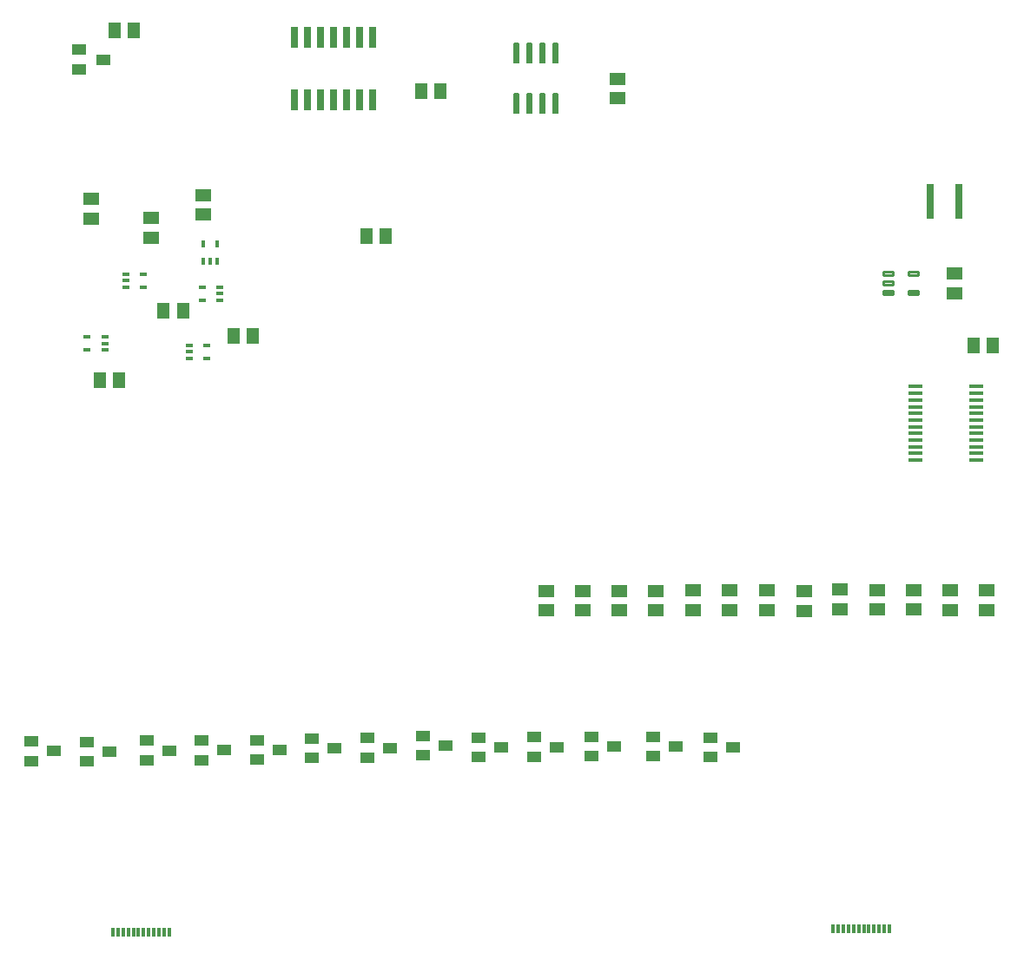
<source format=gbr>
G04 EAGLE Gerber RS-274X export*
G75*
%MOMM*%
%FSLAX34Y34*%
%LPD*%
%INSolderpaste Top*%
%IPPOS*%
%AMOC8*
5,1,8,0,0,1.08239X$1,22.5*%
G01*
%ADD10R,1.500000X1.300000*%
%ADD11R,1.300000X1.500000*%
%ADD12R,1.475000X0.450000*%
%ADD13R,0.700000X0.400000*%
%ADD14R,0.660400X2.032000*%
%ADD15R,0.400000X0.700000*%
%ADD16R,0.300000X0.900000*%
%ADD17R,1.400000X1.000000*%
%ADD18C,0.150000*%
%ADD19C,0.295000*%
%ADD20R,0.800000X3.500000*%


D10*
X932800Y728600D03*
X932800Y709600D03*
X200800Y786400D03*
X200800Y805400D03*
D11*
X181100Y692800D03*
X162100Y692800D03*
X413400Y907200D03*
X432400Y907200D03*
X378600Y765800D03*
X359600Y765800D03*
X119100Y624800D03*
X100100Y624800D03*
D10*
X604300Y899800D03*
X604300Y918800D03*
X91700Y801700D03*
X91700Y782700D03*
X150300Y763800D03*
X150300Y782800D03*
D11*
X970600Y658700D03*
X951600Y658700D03*
D12*
X895420Y618550D03*
X895420Y612050D03*
X895420Y605550D03*
X895420Y599050D03*
X895420Y592550D03*
X895420Y586050D03*
X895420Y579550D03*
X895420Y573050D03*
X895420Y566550D03*
X895420Y560050D03*
X895420Y553550D03*
X895420Y547050D03*
X954180Y547050D03*
X954180Y553550D03*
X954180Y560050D03*
X954180Y566550D03*
X954180Y573050D03*
X954180Y579550D03*
X954180Y586050D03*
X954180Y592550D03*
X954180Y599050D03*
X954180Y605550D03*
X954180Y612050D03*
X954180Y618550D03*
D13*
X104800Y654300D03*
X104800Y660800D03*
X104800Y667300D03*
X87800Y667300D03*
X87800Y654300D03*
D14*
X366300Y959534D03*
X366300Y898066D03*
X353600Y959534D03*
X340900Y959534D03*
X353600Y898066D03*
X340900Y898066D03*
X328200Y959534D03*
X328200Y898066D03*
X315500Y959534D03*
X302800Y959534D03*
X315500Y898066D03*
X302800Y898066D03*
X290100Y959534D03*
X290100Y898066D03*
D13*
X187000Y659100D03*
X187000Y652600D03*
X187000Y646100D03*
X204000Y646100D03*
X204000Y659100D03*
X125200Y728500D03*
X125200Y722000D03*
X125200Y715500D03*
X142200Y715500D03*
X142200Y728500D03*
D15*
X201100Y741200D03*
X207600Y741200D03*
X214100Y741200D03*
X214100Y758200D03*
X201100Y758200D03*
D13*
X216800Y702700D03*
X216800Y709200D03*
X216800Y715700D03*
X199800Y715700D03*
X199800Y702700D03*
D16*
X112700Y86100D03*
X117700Y86100D03*
X122700Y86100D03*
X127700Y86100D03*
X132700Y86100D03*
X137700Y86100D03*
X142700Y86100D03*
X147700Y86100D03*
X152700Y86100D03*
X157700Y86100D03*
X162700Y86100D03*
X167700Y86100D03*
X814800Y90100D03*
X819800Y90100D03*
X824800Y90100D03*
X829800Y90100D03*
X834800Y90100D03*
X839800Y90100D03*
X844800Y90100D03*
X849800Y90100D03*
X854800Y90100D03*
X859800Y90100D03*
X864800Y90100D03*
X869800Y90100D03*
D17*
X33500Y272500D03*
X33500Y253500D03*
X55500Y263000D03*
X523100Y276600D03*
X523100Y257600D03*
X545100Y267100D03*
X579100Y276900D03*
X579100Y257900D03*
X601100Y267400D03*
X639100Y277200D03*
X639100Y258200D03*
X661100Y267700D03*
X87500Y272200D03*
X87500Y253200D03*
X109500Y262700D03*
X695500Y276300D03*
X695500Y257300D03*
X717500Y266800D03*
X145500Y273100D03*
X145500Y254100D03*
X167500Y263600D03*
X199500Y273400D03*
X199500Y254400D03*
X221500Y263900D03*
X253100Y273900D03*
X253100Y254900D03*
X275100Y264400D03*
X307100Y275600D03*
X307100Y256600D03*
X329100Y266100D03*
X361100Y275700D03*
X361100Y256700D03*
X383100Y266200D03*
X415100Y278000D03*
X415100Y259000D03*
X437100Y268500D03*
X469100Y276300D03*
X469100Y257300D03*
X491100Y266800D03*
D10*
X750200Y419800D03*
X750200Y400800D03*
X786700Y418800D03*
X786700Y399800D03*
X821400Y420500D03*
X821400Y401500D03*
X857900Y420000D03*
X857900Y401000D03*
X893100Y420000D03*
X893100Y401000D03*
X929000Y419700D03*
X929000Y400700D03*
X964700Y419600D03*
X964700Y400600D03*
D11*
X133500Y965700D03*
X114500Y965700D03*
D10*
X535300Y419200D03*
X535300Y400200D03*
X570900Y419200D03*
X570900Y400200D03*
X606500Y419500D03*
X606500Y400500D03*
X642200Y419400D03*
X642200Y400400D03*
X678200Y419800D03*
X678200Y400800D03*
X714100Y419600D03*
X714100Y400600D03*
D17*
X103900Y937700D03*
X79900Y928200D03*
X79900Y947200D03*
D18*
X508600Y903900D02*
X508600Y885700D01*
X504100Y885700D01*
X504100Y903900D01*
X508600Y903900D01*
X508600Y887125D02*
X504100Y887125D01*
X504100Y888550D02*
X508600Y888550D01*
X508600Y889975D02*
X504100Y889975D01*
X504100Y891400D02*
X508600Y891400D01*
X508600Y892825D02*
X504100Y892825D01*
X504100Y894250D02*
X508600Y894250D01*
X508600Y895675D02*
X504100Y895675D01*
X504100Y897100D02*
X508600Y897100D01*
X508600Y898525D02*
X504100Y898525D01*
X504100Y899950D02*
X508600Y899950D01*
X508600Y901375D02*
X504100Y901375D01*
X504100Y902800D02*
X508600Y902800D01*
X521300Y903900D02*
X521300Y885700D01*
X516800Y885700D01*
X516800Y903900D01*
X521300Y903900D01*
X521300Y887125D02*
X516800Y887125D01*
X516800Y888550D02*
X521300Y888550D01*
X521300Y889975D02*
X516800Y889975D01*
X516800Y891400D02*
X521300Y891400D01*
X521300Y892825D02*
X516800Y892825D01*
X516800Y894250D02*
X521300Y894250D01*
X521300Y895675D02*
X516800Y895675D01*
X516800Y897100D02*
X521300Y897100D01*
X521300Y898525D02*
X516800Y898525D01*
X516800Y899950D02*
X521300Y899950D01*
X521300Y901375D02*
X516800Y901375D01*
X516800Y902800D02*
X521300Y902800D01*
X534000Y903900D02*
X534000Y885700D01*
X529500Y885700D01*
X529500Y903900D01*
X534000Y903900D01*
X534000Y887125D02*
X529500Y887125D01*
X529500Y888550D02*
X534000Y888550D01*
X534000Y889975D02*
X529500Y889975D01*
X529500Y891400D02*
X534000Y891400D01*
X534000Y892825D02*
X529500Y892825D01*
X529500Y894250D02*
X534000Y894250D01*
X534000Y895675D02*
X529500Y895675D01*
X529500Y897100D02*
X534000Y897100D01*
X534000Y898525D02*
X529500Y898525D01*
X529500Y899950D02*
X534000Y899950D01*
X534000Y901375D02*
X529500Y901375D01*
X529500Y902800D02*
X534000Y902800D01*
X546700Y903900D02*
X546700Y885700D01*
X542200Y885700D01*
X542200Y903900D01*
X546700Y903900D01*
X546700Y887125D02*
X542200Y887125D01*
X542200Y888550D02*
X546700Y888550D01*
X546700Y889975D02*
X542200Y889975D01*
X542200Y891400D02*
X546700Y891400D01*
X546700Y892825D02*
X542200Y892825D01*
X542200Y894250D02*
X546700Y894250D01*
X546700Y895675D02*
X542200Y895675D01*
X542200Y897100D02*
X546700Y897100D01*
X546700Y898525D02*
X542200Y898525D01*
X542200Y899950D02*
X546700Y899950D01*
X546700Y901375D02*
X542200Y901375D01*
X542200Y902800D02*
X546700Y902800D01*
X546700Y935100D02*
X546700Y953300D01*
X546700Y935100D02*
X542200Y935100D01*
X542200Y953300D01*
X546700Y953300D01*
X546700Y936525D02*
X542200Y936525D01*
X542200Y937950D02*
X546700Y937950D01*
X546700Y939375D02*
X542200Y939375D01*
X542200Y940800D02*
X546700Y940800D01*
X546700Y942225D02*
X542200Y942225D01*
X542200Y943650D02*
X546700Y943650D01*
X546700Y945075D02*
X542200Y945075D01*
X542200Y946500D02*
X546700Y946500D01*
X546700Y947925D02*
X542200Y947925D01*
X542200Y949350D02*
X546700Y949350D01*
X546700Y950775D02*
X542200Y950775D01*
X542200Y952200D02*
X546700Y952200D01*
X534000Y953300D02*
X534000Y935100D01*
X529500Y935100D01*
X529500Y953300D01*
X534000Y953300D01*
X534000Y936525D02*
X529500Y936525D01*
X529500Y937950D02*
X534000Y937950D01*
X534000Y939375D02*
X529500Y939375D01*
X529500Y940800D02*
X534000Y940800D01*
X534000Y942225D02*
X529500Y942225D01*
X529500Y943650D02*
X534000Y943650D01*
X534000Y945075D02*
X529500Y945075D01*
X529500Y946500D02*
X534000Y946500D01*
X534000Y947925D02*
X529500Y947925D01*
X529500Y949350D02*
X534000Y949350D01*
X534000Y950775D02*
X529500Y950775D01*
X529500Y952200D02*
X534000Y952200D01*
X521300Y953300D02*
X521300Y935100D01*
X516800Y935100D01*
X516800Y953300D01*
X521300Y953300D01*
X521300Y936525D02*
X516800Y936525D01*
X516800Y937950D02*
X521300Y937950D01*
X521300Y939375D02*
X516800Y939375D01*
X516800Y940800D02*
X521300Y940800D01*
X521300Y942225D02*
X516800Y942225D01*
X516800Y943650D02*
X521300Y943650D01*
X521300Y945075D02*
X516800Y945075D01*
X516800Y946500D02*
X521300Y946500D01*
X521300Y947925D02*
X516800Y947925D01*
X516800Y949350D02*
X521300Y949350D01*
X521300Y950775D02*
X516800Y950775D01*
X516800Y952200D02*
X521300Y952200D01*
X508600Y953300D02*
X508600Y935100D01*
X504100Y935100D01*
X504100Y953300D01*
X508600Y953300D01*
X508600Y936525D02*
X504100Y936525D01*
X504100Y937950D02*
X508600Y937950D01*
X508600Y939375D02*
X504100Y939375D01*
X504100Y940800D02*
X508600Y940800D01*
X508600Y942225D02*
X504100Y942225D01*
X504100Y943650D02*
X508600Y943650D01*
X508600Y945075D02*
X504100Y945075D01*
X504100Y946500D02*
X508600Y946500D01*
X508600Y947925D02*
X504100Y947925D01*
X504100Y949350D02*
X508600Y949350D01*
X508600Y950775D02*
X504100Y950775D01*
X504100Y952200D02*
X508600Y952200D01*
D19*
X863575Y727725D02*
X872725Y727725D01*
X863575Y727725D02*
X863575Y730675D01*
X872725Y730675D01*
X872725Y727725D01*
X872725Y730527D02*
X863575Y730527D01*
X863575Y718225D02*
X872725Y718225D01*
X863575Y718225D02*
X863575Y721175D01*
X872725Y721175D01*
X872725Y718225D01*
X872725Y721027D02*
X863575Y721027D01*
X863575Y708725D02*
X872725Y708725D01*
X863575Y708725D02*
X863575Y711675D01*
X872725Y711675D01*
X872725Y708725D01*
X872725Y711527D02*
X863575Y711527D01*
X888675Y708725D02*
X897825Y708725D01*
X888675Y708725D02*
X888675Y711675D01*
X897825Y711675D01*
X897825Y708725D01*
X897825Y711527D02*
X888675Y711527D01*
X888675Y727725D02*
X897825Y727725D01*
X888675Y727725D02*
X888675Y730675D01*
X897825Y730675D01*
X897825Y727725D01*
X897825Y730527D02*
X888675Y730527D01*
D11*
X230500Y668000D03*
X249500Y668000D03*
D20*
X937850Y799200D03*
X909350Y799200D03*
M02*

</source>
